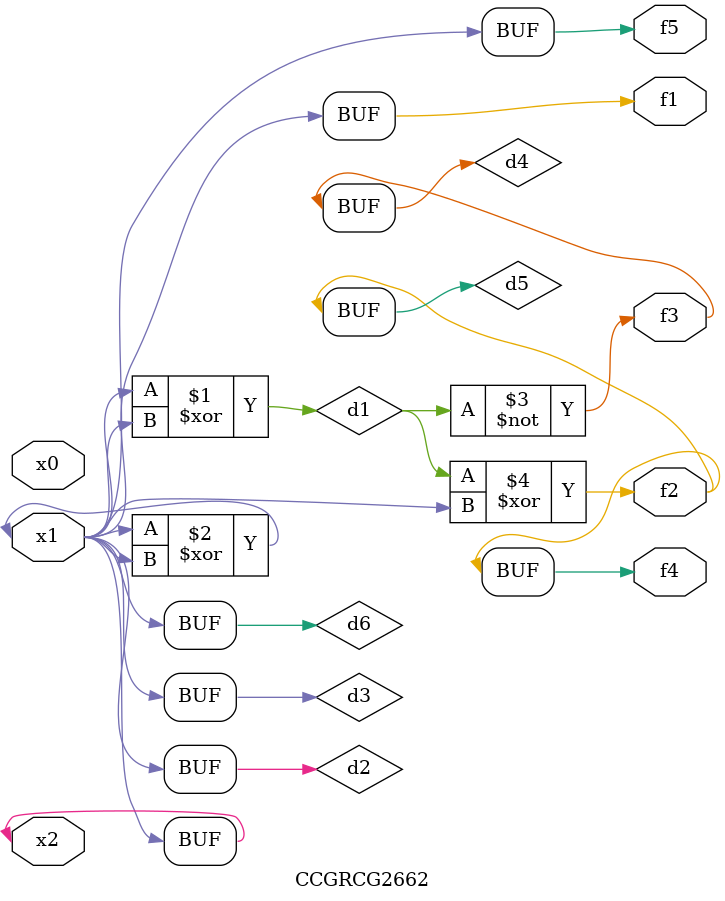
<source format=v>
module CCGRCG2662(
	input x0, x1, x2,
	output f1, f2, f3, f4, f5
);

	wire d1, d2, d3, d4, d5, d6;

	xor (d1, x1, x2);
	buf (d2, x1, x2);
	xor (d3, x1, x2);
	nor (d4, d1);
	xor (d5, d1, d2);
	buf (d6, d2, d3);
	assign f1 = d6;
	assign f2 = d5;
	assign f3 = d4;
	assign f4 = d5;
	assign f5 = d6;
endmodule

</source>
